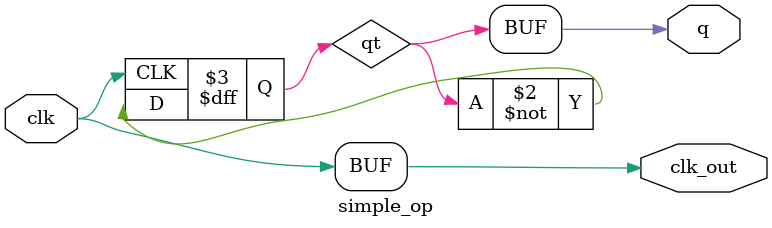
<source format=v>
module simple_op(clk,q,clk_out);

    input clk;
    output clk_out;
    output q;
    reg qt;

    always @(posedge clk) begin
		qt <= ~qt;
    end
    
    assign q = qt;
    assign clk_out = clk;
    
endmodule 
</source>
